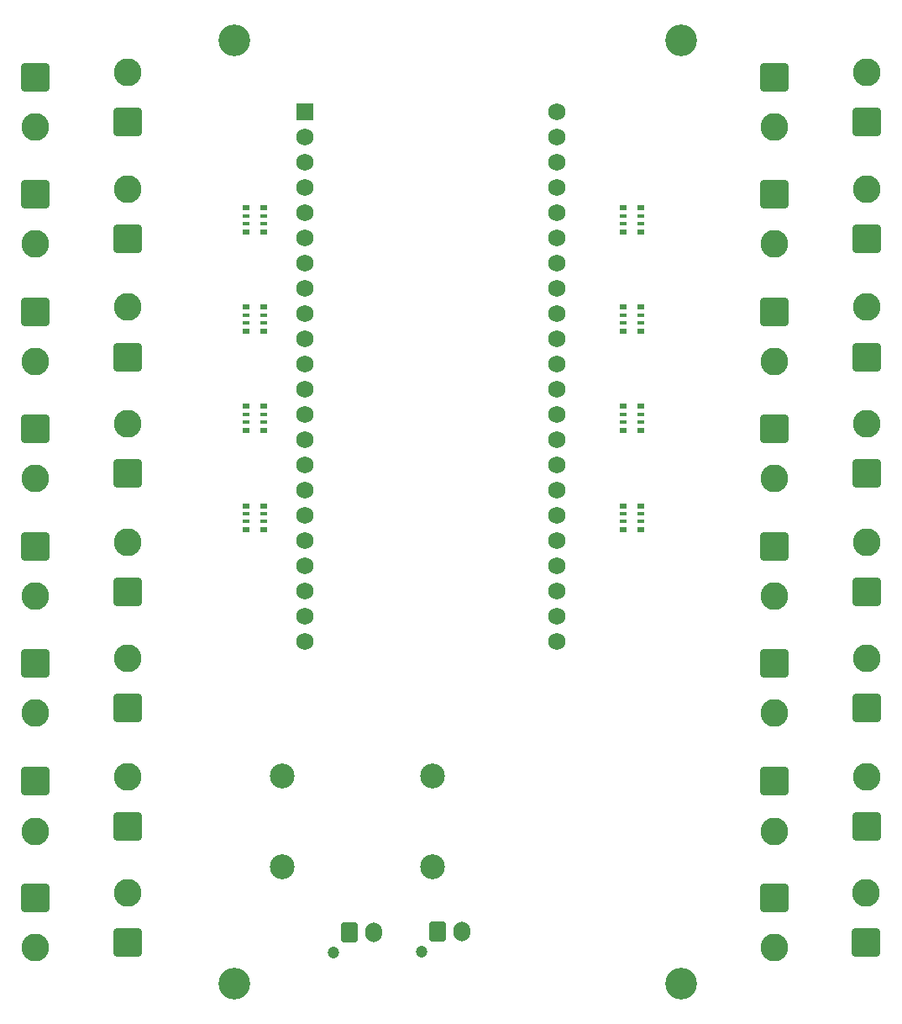
<source format=gts>
G04 #@! TF.GenerationSoftware,KiCad,Pcbnew,9.0.0*
G04 #@! TF.CreationDate,2025-04-21T19:14:25+01:00*
G04 #@! TF.ProjectId,LED_Hub,4c45445f-4875-4622-9e6b-696361645f70,rev?*
G04 #@! TF.SameCoordinates,Original*
G04 #@! TF.FileFunction,Soldermask,Top*
G04 #@! TF.FilePolarity,Negative*
%FSLAX46Y46*%
G04 Gerber Fmt 4.6, Leading zero omitted, Abs format (unit mm)*
G04 Created by KiCad (PCBNEW 9.0.0) date 2025-04-21 19:14:25*
%MOMM*%
%LPD*%
G01*
G04 APERTURE LIST*
G04 Aperture macros list*
%AMRoundRect*
0 Rectangle with rounded corners*
0 $1 Rounding radius*
0 $2 $3 $4 $5 $6 $7 $8 $9 X,Y pos of 4 corners*
0 Add a 4 corners polygon primitive as box body*
4,1,4,$2,$3,$4,$5,$6,$7,$8,$9,$2,$3,0*
0 Add four circle primitives for the rounded corners*
1,1,$1+$1,$2,$3*
1,1,$1+$1,$4,$5*
1,1,$1+$1,$6,$7*
1,1,$1+$1,$8,$9*
0 Add four rect primitives between the rounded corners*
20,1,$1+$1,$2,$3,$4,$5,0*
20,1,$1+$1,$4,$5,$6,$7,0*
20,1,$1+$1,$6,$7,$8,$9,0*
20,1,$1+$1,$8,$9,$2,$3,0*%
G04 Aperture macros list end*
%ADD10C,3.200000*%
%ADD11C,2.800000*%
%ADD12RoundRect,0.250001X-1.149999X1.149999X-1.149999X-1.149999X1.149999X-1.149999X1.149999X1.149999X0*%
%ADD13RoundRect,0.250001X1.149999X-1.149999X1.149999X1.149999X-1.149999X1.149999X-1.149999X-1.149999X0*%
%ADD14R,0.800000X0.500000*%
%ADD15R,0.800000X0.400000*%
%ADD16C,1.200000*%
%ADD17RoundRect,0.250000X-0.600000X-0.750000X0.600000X-0.750000X0.600000X0.750000X-0.600000X0.750000X0*%
%ADD18O,1.700000X2.000000*%
%ADD19RoundRect,0.102000X-0.765000X-0.765000X0.765000X-0.765000X0.765000X0.765000X-0.765000X0.765000X0*%
%ADD20C,1.734000*%
%ADD21C,2.500000*%
G04 APERTURE END LIST*
D10*
X182500000Y-140000000D03*
X137500000Y-140000000D03*
X137500000Y-45000000D03*
X182500000Y-45000000D03*
D11*
X191950000Y-136375000D03*
D12*
X191950000Y-131375000D03*
X191950000Y-119625000D03*
D11*
X191950000Y-124625000D03*
X126725000Y-95500000D03*
D13*
X126725000Y-100500000D03*
D11*
X126725000Y-107250000D03*
D13*
X126725000Y-112250000D03*
D14*
X138645000Y-94265000D03*
D15*
X138645000Y-93465000D03*
X138645000Y-92665000D03*
D14*
X138645000Y-91865000D03*
X140445000Y-91865000D03*
D15*
X140445000Y-92665000D03*
X140445000Y-93465000D03*
D14*
X140445000Y-94265000D03*
D11*
X117425000Y-136375000D03*
D12*
X117425000Y-131375000D03*
D11*
X201250000Y-95500000D03*
D13*
X201250000Y-100500000D03*
D11*
X201250000Y-83625000D03*
D13*
X201250000Y-88625000D03*
D11*
X191950000Y-77375000D03*
D12*
X191950000Y-72375000D03*
D11*
X191950000Y-89125000D03*
D12*
X191950000Y-84125000D03*
D11*
X201125000Y-130875000D03*
D13*
X201125000Y-135875000D03*
D14*
X140445000Y-64265000D03*
D15*
X140445000Y-63465000D03*
X140445000Y-62665000D03*
D14*
X140445000Y-61865000D03*
X138645000Y-61865000D03*
D15*
X138645000Y-62665000D03*
X138645000Y-63465000D03*
D14*
X138645000Y-64265000D03*
D12*
X117425000Y-60500000D03*
D11*
X117425000Y-65500000D03*
D12*
X191950000Y-96000000D03*
D11*
X191950000Y-101000000D03*
D16*
X156350000Y-136750000D03*
D17*
X157950000Y-134750000D03*
D18*
X160450000Y-134750000D03*
D12*
X117425000Y-48750000D03*
D11*
X117425000Y-53750000D03*
D19*
X144565000Y-52225000D03*
D20*
X144565000Y-54765000D03*
X144565000Y-57305000D03*
X144565000Y-59845000D03*
X144565000Y-62385000D03*
X144565000Y-64925000D03*
X144565000Y-67465000D03*
X144565000Y-70005000D03*
X144565000Y-72545000D03*
X144565000Y-75085000D03*
X144565000Y-77625000D03*
X144565000Y-80165000D03*
X144565000Y-82705000D03*
X144565000Y-85245000D03*
X144565000Y-87785000D03*
X144565000Y-90325000D03*
X144565000Y-92865000D03*
X144565000Y-95405000D03*
X144565000Y-97945000D03*
X144565000Y-100485000D03*
X144565000Y-103025000D03*
X144565000Y-105565000D03*
X169975000Y-52225000D03*
X169975000Y-54765000D03*
X169975000Y-57305000D03*
X169975000Y-59845000D03*
X169975000Y-62385000D03*
X169975000Y-64925000D03*
X169975000Y-67465000D03*
X169975000Y-70005000D03*
X169975000Y-72545000D03*
X169975000Y-75085000D03*
X169975000Y-77625000D03*
X169975000Y-80165000D03*
X169975000Y-82705000D03*
X169975000Y-85245000D03*
X169975000Y-87785000D03*
X169975000Y-90325000D03*
X169975000Y-92865000D03*
X169975000Y-95405000D03*
X169975000Y-97945000D03*
X169975000Y-100485000D03*
X169975000Y-103025000D03*
X169975000Y-105565000D03*
D13*
X126725000Y-65000000D03*
D11*
X126725000Y-60000000D03*
D14*
X176645000Y-71865000D03*
D15*
X176645000Y-72665000D03*
X176645000Y-73465000D03*
D14*
X176645000Y-74265000D03*
X178445000Y-74265000D03*
D15*
X178445000Y-73465000D03*
X178445000Y-72665000D03*
D14*
X178445000Y-71865000D03*
D13*
X201250000Y-65000000D03*
D11*
X201250000Y-60000000D03*
D13*
X126725000Y-88625000D03*
D11*
X126725000Y-83625000D03*
D13*
X201250000Y-76875000D03*
D11*
X201250000Y-71875000D03*
D14*
X176645000Y-61865000D03*
D15*
X176645000Y-62665000D03*
X176645000Y-63465000D03*
D14*
X176645000Y-64265000D03*
X178445000Y-64265000D03*
D15*
X178445000Y-63465000D03*
X178445000Y-62665000D03*
D14*
X178445000Y-61865000D03*
D13*
X126725000Y-53250000D03*
D11*
X126725000Y-48250000D03*
D14*
X140445000Y-84265000D03*
D15*
X140445000Y-83465000D03*
X140445000Y-82665000D03*
D14*
X140445000Y-81865000D03*
X138645000Y-81865000D03*
D15*
X138645000Y-82665000D03*
X138645000Y-83465000D03*
D14*
X138645000Y-84265000D03*
D13*
X126725000Y-76875000D03*
D11*
X126725000Y-71875000D03*
D12*
X117425000Y-107750000D03*
D11*
X117425000Y-112750000D03*
D12*
X191950000Y-107750000D03*
D11*
X191950000Y-112750000D03*
D14*
X140445000Y-74265000D03*
D15*
X140445000Y-73465000D03*
X140445000Y-72665000D03*
D14*
X140445000Y-71865000D03*
X138645000Y-71865000D03*
D15*
X138645000Y-72665000D03*
X138645000Y-73465000D03*
D14*
X138645000Y-74265000D03*
D13*
X201250000Y-53250000D03*
D11*
X201250000Y-48250000D03*
D12*
X191950000Y-48750000D03*
D11*
X191950000Y-53750000D03*
D14*
X176645000Y-81865000D03*
D15*
X176645000Y-82665000D03*
X176645000Y-83465000D03*
D14*
X176645000Y-84265000D03*
X178445000Y-84265000D03*
D15*
X178445000Y-83465000D03*
X178445000Y-82665000D03*
D14*
X178445000Y-81865000D03*
D12*
X191950000Y-60500000D03*
D11*
X191950000Y-65500000D03*
D21*
X157500000Y-119050000D03*
X157500000Y-128250000D03*
X142300000Y-119050000D03*
X142300000Y-128250000D03*
D12*
X117425000Y-119625000D03*
D11*
X117425000Y-124625000D03*
D16*
X147475000Y-136825000D03*
D17*
X149075000Y-134825000D03*
D18*
X151575000Y-134825000D03*
D14*
X176645000Y-91865000D03*
D15*
X176645000Y-92665000D03*
X176645000Y-93465000D03*
D14*
X176645000Y-94265000D03*
X178445000Y-94265000D03*
D15*
X178445000Y-93465000D03*
X178445000Y-92665000D03*
D14*
X178445000Y-91865000D03*
D12*
X117425000Y-84125000D03*
D11*
X117425000Y-89125000D03*
D12*
X117425000Y-96000000D03*
D11*
X117425000Y-101000000D03*
D12*
X117425000Y-72375000D03*
D11*
X117425000Y-77375000D03*
X201250000Y-119125000D03*
D13*
X201250000Y-124125000D03*
X201250000Y-112250000D03*
D11*
X201250000Y-107250000D03*
X126725000Y-119125000D03*
D13*
X126725000Y-124125000D03*
X126725000Y-135875000D03*
D11*
X126725000Y-130875000D03*
M02*

</source>
